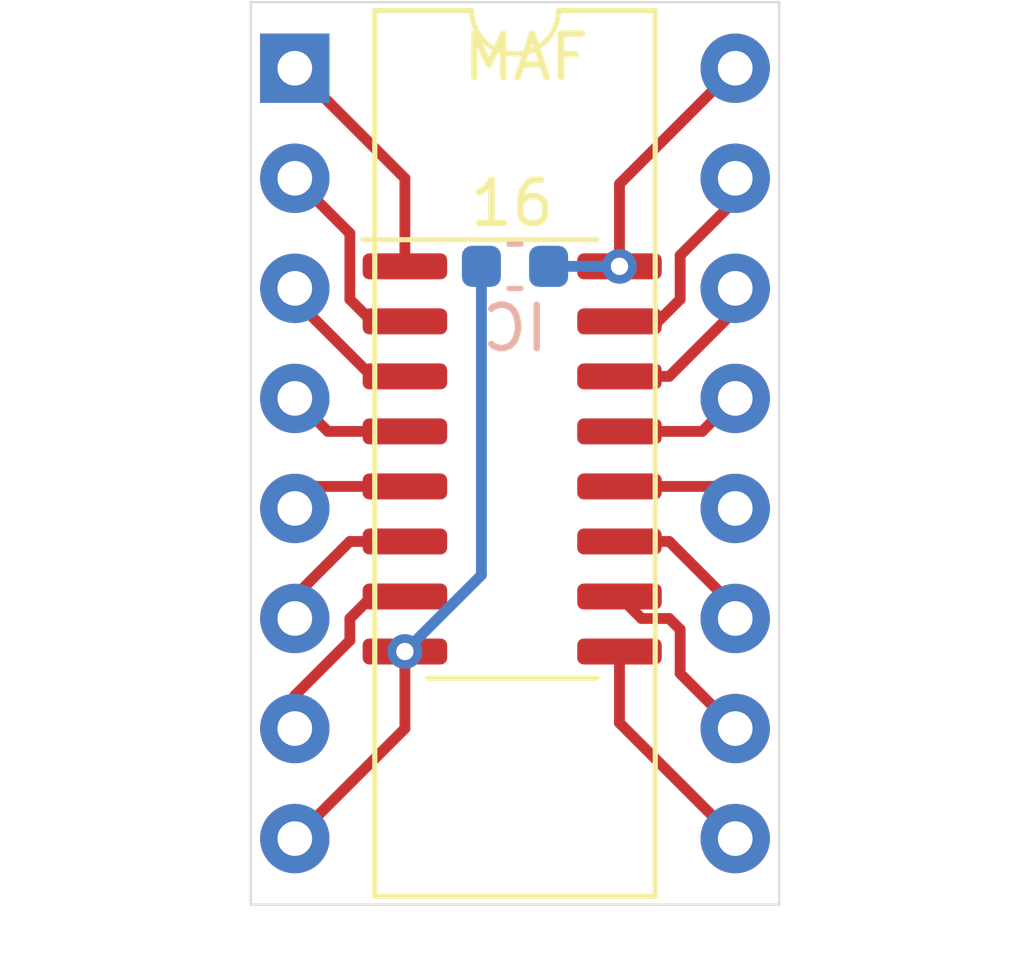
<source format=kicad_pcb>
(kicad_pcb (version 20171130) (host pcbnew 5.1.6-1.fc32)

  (general
    (thickness 1.6)
    (drawings 4)
    (tracks 52)
    (zones 0)
    (modules 3)
    (nets 1)
  )

  (page A4)
  (layers
    (0 F.Cu signal)
    (31 B.Cu signal)
    (32 B.Adhes user)
    (33 F.Adhes user)
    (34 B.Paste user)
    (35 F.Paste user)
    (36 B.SilkS user)
    (37 F.SilkS user)
    (38 B.Mask user)
    (39 F.Mask user)
    (40 Dwgs.User user)
    (41 Cmts.User user)
    (42 Eco1.User user)
    (43 Eco2.User user)
    (44 Edge.Cuts user)
    (45 Margin user)
    (46 B.CrtYd user)
    (47 F.CrtYd user)
    (48 B.Fab user)
    (49 F.Fab user)
  )

  (setup
    (last_trace_width 0.25)
    (trace_clearance 0.2)
    (zone_clearance 0.508)
    (zone_45_only no)
    (trace_min 0.2)
    (via_size 0.8)
    (via_drill 0.4)
    (via_min_size 0.4)
    (via_min_drill 0.3)
    (uvia_size 0.3)
    (uvia_drill 0.1)
    (uvias_allowed no)
    (uvia_min_size 0.2)
    (uvia_min_drill 0.1)
    (edge_width 0.05)
    (segment_width 0.2)
    (pcb_text_width 0.3)
    (pcb_text_size 1.5 1.5)
    (mod_edge_width 0.12)
    (mod_text_size 1 1)
    (mod_text_width 0.15)
    (pad_size 1.524 1.524)
    (pad_drill 0.762)
    (pad_to_mask_clearance 0.05)
    (aux_axis_origin 0 0)
    (visible_elements FFFFFF7F)
    (pcbplotparams
      (layerselection 0x010fc_ffffffff)
      (usegerberextensions false)
      (usegerberattributes true)
      (usegerberadvancedattributes true)
      (creategerberjobfile true)
      (excludeedgelayer true)
      (linewidth 0.100000)
      (plotframeref false)
      (viasonmask false)
      (mode 1)
      (useauxorigin false)
      (hpglpennumber 1)
      (hpglpenspeed 20)
      (hpglpendiameter 15.000000)
      (psnegative false)
      (psa4output false)
      (plotreference true)
      (plotvalue true)
      (plotinvisibletext false)
      (padsonsilk false)
      (subtractmaskfromsilk false)
      (outputformat 1)
      (mirror false)
      (drillshape 1)
      (scaleselection 1)
      (outputdirectory ""))
  )

  (net 0 "")

  (net_class Default "This is the default net class."
    (clearance 0.2)
    (trace_width 0.25)
    (via_dia 0.8)
    (via_drill 0.4)
    (uvia_dia 0.3)
    (uvia_drill 0.1)
  )

  (module Capacitor_SMD:C_0603_1608Metric (layer B.Cu) (tedit 5F68FEEE) (tstamp 5F731362)
    (at 150.114 53.086)
    (descr "Capacitor SMD 0603 (1608 Metric), square (rectangular) end terminal, IPC_7351 nominal, (Body size source: IPC-SM-782 page 76, https://www.pcb-3d.com/wordpress/wp-content/uploads/ipc-sm-782a_amendment_1_and_2.pdf), generated with kicad-footprint-generator")
    (tags capacitor)
    (attr smd)
    (fp_text reference IC (at 0 1.43) (layer B.SilkS)
      (effects (font (size 1 1) (thickness 0.15)) (justify mirror))
    )
    (fp_text value C_0603_1608Metric (at 0 -1.43) (layer B.Fab)
      (effects (font (size 1 1) (thickness 0.15)) (justify mirror))
    )
    (fp_text user %R (at 0 0) (layer B.Fab)
      (effects (font (size 0.4 0.4) (thickness 0.06)) (justify mirror))
    )
    (fp_line (start -0.8 -0.4) (end -0.8 0.4) (layer B.Fab) (width 0.1))
    (fp_line (start -0.8 0.4) (end 0.8 0.4) (layer B.Fab) (width 0.1))
    (fp_line (start 0.8 0.4) (end 0.8 -0.4) (layer B.Fab) (width 0.1))
    (fp_line (start 0.8 -0.4) (end -0.8 -0.4) (layer B.Fab) (width 0.1))
    (fp_line (start -0.14058 0.51) (end 0.14058 0.51) (layer B.SilkS) (width 0.12))
    (fp_line (start -0.14058 -0.51) (end 0.14058 -0.51) (layer B.SilkS) (width 0.12))
    (fp_line (start -1.48 -0.73) (end -1.48 0.73) (layer B.CrtYd) (width 0.05))
    (fp_line (start -1.48 0.73) (end 1.48 0.73) (layer B.CrtYd) (width 0.05))
    (fp_line (start 1.48 0.73) (end 1.48 -0.73) (layer B.CrtYd) (width 0.05))
    (fp_line (start 1.48 -0.73) (end -1.48 -0.73) (layer B.CrtYd) (width 0.05))
    (pad 2 smd roundrect (at 0.775 0) (size 0.9 0.95) (layers B.Cu B.Paste B.Mask) (roundrect_rratio 0.25))
    (pad 1 smd roundrect (at -0.775 0) (size 0.9 0.95) (layers B.Cu B.Paste B.Mask) (roundrect_rratio 0.25))
    (model ${KISYS3DMOD}/Capacitor_SMD.3dshapes/C_0603_1608Metric.wrl
      (at (xyz 0 0 0))
      (scale (xyz 1 1 1))
      (rotate (xyz 0 0 0))
    )
  )

  (module Package_DIP:DIP-16_W10.16mm (layer F.Cu) (tedit 5A02E8C5) (tstamp 5F731045)
    (at 145.034 48.514)
    (descr "16-lead though-hole mounted DIP package, row spacing 10.16 mm (400 mils)")
    (tags "THT DIP DIL PDIP 2.54mm 10.16mm 400mil")
    (fp_text reference MAF (at 5.334 -0.254) (layer F.SilkS)
      (effects (font (size 1 1) (thickness 0.15)))
    )
    (fp_text value DIP-16_W10.16mm (at 5.08 20.11) (layer F.Fab)
      (effects (font (size 1 1) (thickness 0.15)))
    )
    (fp_text user %R (at 5.08 8.89) (layer F.Fab)
      (effects (font (size 1 1) (thickness 0.15)))
    )
    (fp_arc (start 5.08 -1.33) (end 4.08 -1.33) (angle -180) (layer F.SilkS) (width 0.12))
    (fp_line (start 2.905 -1.27) (end 8.255 -1.27) (layer F.Fab) (width 0.1))
    (fp_line (start 8.255 -1.27) (end 8.255 19.05) (layer F.Fab) (width 0.1))
    (fp_line (start 8.255 19.05) (end 1.905 19.05) (layer F.Fab) (width 0.1))
    (fp_line (start 1.905 19.05) (end 1.905 -0.27) (layer F.Fab) (width 0.1))
    (fp_line (start 1.905 -0.27) (end 2.905 -1.27) (layer F.Fab) (width 0.1))
    (fp_line (start 4.08 -1.33) (end 1.845 -1.33) (layer F.SilkS) (width 0.12))
    (fp_line (start 1.845 -1.33) (end 1.845 19.11) (layer F.SilkS) (width 0.12))
    (fp_line (start 1.845 19.11) (end 8.315 19.11) (layer F.SilkS) (width 0.12))
    (fp_line (start 8.315 19.11) (end 8.315 -1.33) (layer F.SilkS) (width 0.12))
    (fp_line (start 8.315 -1.33) (end 6.08 -1.33) (layer F.SilkS) (width 0.12))
    (fp_line (start -1.05 -1.55) (end -1.05 19.3) (layer F.CrtYd) (width 0.05))
    (fp_line (start -1.05 19.3) (end 11.25 19.3) (layer F.CrtYd) (width 0.05))
    (fp_line (start 11.25 19.3) (end 11.25 -1.55) (layer F.CrtYd) (width 0.05))
    (fp_line (start 11.25 -1.55) (end -1.05 -1.55) (layer F.CrtYd) (width 0.05))
    (pad 16 thru_hole oval (at 10.16 0) (size 1.6 1.6) (drill 0.8) (layers *.Cu *.Mask))
    (pad 8 thru_hole oval (at 0 17.78) (size 1.6 1.6) (drill 0.8) (layers *.Cu *.Mask))
    (pad 15 thru_hole oval (at 10.16 2.54) (size 1.6 1.6) (drill 0.8) (layers *.Cu *.Mask))
    (pad 7 thru_hole oval (at 0 15.24) (size 1.6 1.6) (drill 0.8) (layers *.Cu *.Mask))
    (pad 14 thru_hole oval (at 10.16 5.08) (size 1.6 1.6) (drill 0.8) (layers *.Cu *.Mask))
    (pad 6 thru_hole oval (at 0 12.7) (size 1.6 1.6) (drill 0.8) (layers *.Cu *.Mask))
    (pad 13 thru_hole oval (at 10.16 7.62) (size 1.6 1.6) (drill 0.8) (layers *.Cu *.Mask))
    (pad 5 thru_hole oval (at 0 10.16) (size 1.6 1.6) (drill 0.8) (layers *.Cu *.Mask))
    (pad 12 thru_hole oval (at 10.16 10.16) (size 1.6 1.6) (drill 0.8) (layers *.Cu *.Mask))
    (pad 4 thru_hole oval (at 0 7.62) (size 1.6 1.6) (drill 0.8) (layers *.Cu *.Mask))
    (pad 11 thru_hole oval (at 10.16 12.7) (size 1.6 1.6) (drill 0.8) (layers *.Cu *.Mask))
    (pad 3 thru_hole oval (at 0 5.08) (size 1.6 1.6) (drill 0.8) (layers *.Cu *.Mask))
    (pad 10 thru_hole oval (at 10.16 15.24) (size 1.6 1.6) (drill 0.8) (layers *.Cu *.Mask))
    (pad 2 thru_hole oval (at 0 2.54) (size 1.6 1.6) (drill 0.8) (layers *.Cu *.Mask))
    (pad 9 thru_hole oval (at 10.16 17.78) (size 1.6 1.6) (drill 0.8) (layers *.Cu *.Mask))
    (pad 1 thru_hole rect (at 0 0) (size 1.6 1.6) (drill 0.8) (layers *.Cu *.Mask))
    (model ${KISYS3DMOD}/Package_DIP.3dshapes/DIP-16_W10.16mm.wrl
      (at (xyz 0 0 0))
      (scale (xyz 1 1 1))
      (rotate (xyz 0 0 0))
    )
  )

  (module Package_SO:SOIC-16_3.9x9.9mm_P1.27mm (layer F.Cu) (tedit 5D9F72B1) (tstamp 5F730AAD)
    (at 150.049 57.531)
    (descr "SOIC, 16 Pin (JEDEC MS-012AC, https://www.analog.com/media/en/package-pcb-resources/package/pkg_pdf/soic_narrow-r/r_16.pdf), generated with kicad-footprint-generator ipc_gullwing_generator.py")
    (tags "SOIC SO")
    (attr smd)
    (fp_text reference 16 (at 0 -5.9) (layer F.SilkS)
      (effects (font (size 1 1) (thickness 0.15)))
    )
    (fp_text value SOIC-16_3.9x9.9mm_P1.27mm (at 0 5.9) (layer F.Fab)
      (effects (font (size 1 1) (thickness 0.15)))
    )
    (fp_text user %R (at 0 0) (layer F.Fab)
      (effects (font (size 0.98 0.98) (thickness 0.15)))
    )
    (fp_line (start 0 5.06) (end 1.95 5.06) (layer F.SilkS) (width 0.12))
    (fp_line (start 0 5.06) (end -1.95 5.06) (layer F.SilkS) (width 0.12))
    (fp_line (start 0 -5.06) (end 1.95 -5.06) (layer F.SilkS) (width 0.12))
    (fp_line (start 0 -5.06) (end -3.45 -5.06) (layer F.SilkS) (width 0.12))
    (fp_line (start -0.975 -4.95) (end 1.95 -4.95) (layer F.Fab) (width 0.1))
    (fp_line (start 1.95 -4.95) (end 1.95 4.95) (layer F.Fab) (width 0.1))
    (fp_line (start 1.95 4.95) (end -1.95 4.95) (layer F.Fab) (width 0.1))
    (fp_line (start -1.95 4.95) (end -1.95 -3.975) (layer F.Fab) (width 0.1))
    (fp_line (start -1.95 -3.975) (end -0.975 -4.95) (layer F.Fab) (width 0.1))
    (fp_line (start -3.7 -5.2) (end -3.7 5.2) (layer F.CrtYd) (width 0.05))
    (fp_line (start -3.7 5.2) (end 3.7 5.2) (layer F.CrtYd) (width 0.05))
    (fp_line (start 3.7 5.2) (end 3.7 -5.2) (layer F.CrtYd) (width 0.05))
    (fp_line (start 3.7 -5.2) (end -3.7 -5.2) (layer F.CrtYd) (width 0.05))
    (pad 16 smd roundrect (at 2.475 -4.445) (size 1.95 0.6) (layers F.Cu F.Paste F.Mask) (roundrect_rratio 0.25))
    (pad 15 smd roundrect (at 2.475 -3.175) (size 1.95 0.6) (layers F.Cu F.Paste F.Mask) (roundrect_rratio 0.25))
    (pad 14 smd roundrect (at 2.475 -1.905) (size 1.95 0.6) (layers F.Cu F.Paste F.Mask) (roundrect_rratio 0.25))
    (pad 13 smd roundrect (at 2.475 -0.635) (size 1.95 0.6) (layers F.Cu F.Paste F.Mask) (roundrect_rratio 0.25))
    (pad 12 smd roundrect (at 2.475 0.635) (size 1.95 0.6) (layers F.Cu F.Paste F.Mask) (roundrect_rratio 0.25))
    (pad 11 smd roundrect (at 2.475 1.905) (size 1.95 0.6) (layers F.Cu F.Paste F.Mask) (roundrect_rratio 0.25))
    (pad 10 smd roundrect (at 2.475 3.175) (size 1.95 0.6) (layers F.Cu F.Paste F.Mask) (roundrect_rratio 0.25))
    (pad 9 smd roundrect (at 2.475 4.445) (size 1.95 0.6) (layers F.Cu F.Paste F.Mask) (roundrect_rratio 0.25))
    (pad 8 smd roundrect (at -2.475 4.445) (size 1.95 0.6) (layers F.Cu F.Paste F.Mask) (roundrect_rratio 0.25))
    (pad 7 smd roundrect (at -2.475 3.175) (size 1.95 0.6) (layers F.Cu F.Paste F.Mask) (roundrect_rratio 0.25))
    (pad 6 smd roundrect (at -2.475 1.905) (size 1.95 0.6) (layers F.Cu F.Paste F.Mask) (roundrect_rratio 0.25))
    (pad 5 smd roundrect (at -2.475 0.635) (size 1.95 0.6) (layers F.Cu F.Paste F.Mask) (roundrect_rratio 0.25))
    (pad 4 smd roundrect (at -2.475 -0.635) (size 1.95 0.6) (layers F.Cu F.Paste F.Mask) (roundrect_rratio 0.25))
    (pad 3 smd roundrect (at -2.475 -1.905) (size 1.95 0.6) (layers F.Cu F.Paste F.Mask) (roundrect_rratio 0.25))
    (pad 2 smd roundrect (at -2.475 -3.175) (size 1.95 0.6) (layers F.Cu F.Paste F.Mask) (roundrect_rratio 0.25))
    (pad 1 smd roundrect (at -2.475 -4.445) (size 1.95 0.6) (layers F.Cu F.Paste F.Mask) (roundrect_rratio 0.25))
    (model ${KISYS3DMOD}/Package_SO.3dshapes/SOIC-16_3.9x9.9mm_P1.27mm.wrl
      (at (xyz 0 0 0))
      (scale (xyz 1 1 1))
      (rotate (xyz 0 0 0))
    )
  )

  (gr_line (start 144.018 67.818) (end 144.018 46.99) (layer Edge.Cuts) (width 0.05) (tstamp 5F7313EE))
  (gr_line (start 156.21 67.818) (end 144.018 67.818) (layer Edge.Cuts) (width 0.05))
  (gr_line (start 156.21 46.99) (end 156.21 67.818) (layer Edge.Cuts) (width 0.05))
  (gr_line (start 144.018 46.99) (end 156.21 46.99) (layer Edge.Cuts) (width 0.05))

  (segment (start 145.796 56.896) (end 145.034 56.134) (width 0.25) (layer F.Cu) (net 0))
  (segment (start 147.574 56.896) (end 145.796 56.896) (width 0.25) (layer F.Cu) (net 0))
  (segment (start 145.542 58.166) (end 145.034 58.674) (width 0.25) (layer F.Cu) (net 0))
  (segment (start 147.574 58.166) (end 145.542 58.166) (width 0.25) (layer F.Cu) (net 0))
  (segment (start 147.574 59.436) (end 146.304 59.436) (width 0.25) (layer F.Cu) (net 0))
  (segment (start 145.034 60.706) (end 145.034 61.214) (width 0.25) (layer F.Cu) (net 0))
  (segment (start 146.304 59.436) (end 145.034 60.706) (width 0.25) (layer F.Cu) (net 0))
  (segment (start 147.574 60.706) (end 146.812 60.706) (width 0.25) (layer F.Cu) (net 0))
  (segment (start 146.812 60.706) (end 146.304 61.214) (width 0.25) (layer F.Cu) (net 0))
  (segment (start 146.304 61.214) (end 146.304 61.722) (width 0.25) (layer F.Cu) (net 0))
  (segment (start 145.034 62.992) (end 145.034 63.754) (width 0.25) (layer F.Cu) (net 0))
  (segment (start 146.304 61.722) (end 145.034 62.992) (width 0.25) (layer F.Cu) (net 0))
  (segment (start 147.574 63.754) (end 145.034 66.294) (width 0.25) (layer F.Cu) (net 0))
  (segment (start 147.574 61.976) (end 147.574 63.754) (width 0.25) (layer F.Cu) (net 0))
  (segment (start 152.524 63.624) (end 155.194 66.294) (width 0.25) (layer F.Cu) (net 0))
  (segment (start 152.524 61.976) (end 152.524 63.624) (width 0.25) (layer F.Cu) (net 0))
  (segment (start 152.524 60.706) (end 153.032 61.214) (width 0.25) (layer F.Cu) (net 0))
  (segment (start 153.032 61.214) (end 153.67 61.214) (width 0.25) (layer F.Cu) (net 0))
  (segment (start 153.67 61.214) (end 153.924 61.468) (width 0.25) (layer F.Cu) (net 0))
  (segment (start 153.924 62.484) (end 155.194 63.754) (width 0.25) (layer F.Cu) (net 0))
  (segment (start 153.924 61.468) (end 153.924 62.484) (width 0.25) (layer F.Cu) (net 0))
  (segment (start 152.524 59.436) (end 153.67 59.436) (width 0.25) (layer F.Cu) (net 0))
  (segment (start 155.194 60.96) (end 155.194 61.214) (width 0.25) (layer F.Cu) (net 0))
  (segment (start 153.67 59.436) (end 155.194 60.96) (width 0.25) (layer F.Cu) (net 0))
  (segment (start 154.686 58.166) (end 155.194 58.674) (width 0.25) (layer F.Cu) (net 0))
  (segment (start 152.524 58.166) (end 154.686 58.166) (width 0.25) (layer F.Cu) (net 0))
  (segment (start 154.432 56.896) (end 155.194 56.134) (width 0.25) (layer F.Cu) (net 0))
  (segment (start 152.524 56.896) (end 154.432 56.896) (width 0.25) (layer F.Cu) (net 0))
  (segment (start 152.524 55.626) (end 153.67 55.626) (width 0.25) (layer F.Cu) (net 0))
  (segment (start 155.194 54.102) (end 155.194 53.594) (width 0.25) (layer F.Cu) (net 0))
  (segment (start 153.67 55.626) (end 155.194 54.102) (width 0.25) (layer F.Cu) (net 0))
  (segment (start 152.524 54.356) (end 153.416 54.356) (width 0.25) (layer F.Cu) (net 0))
  (segment (start 153.416 54.356) (end 153.924 53.848) (width 0.25) (layer F.Cu) (net 0))
  (segment (start 153.924 53.848) (end 153.924 52.832) (width 0.25) (layer F.Cu) (net 0))
  (segment (start 155.194 51.562) (end 155.194 51.054) (width 0.25) (layer F.Cu) (net 0))
  (segment (start 153.924 52.832) (end 155.194 51.562) (width 0.25) (layer F.Cu) (net 0))
  (segment (start 152.524 51.184) (end 155.194 48.514) (width 0.25) (layer F.Cu) (net 0))
  (segment (start 152.524 53.086) (end 152.524 51.184) (width 0.25) (layer F.Cu) (net 0))
  (segment (start 147.574 51.054) (end 145.034 48.514) (width 0.25) (layer F.Cu) (net 0))
  (segment (start 147.574 53.086) (end 147.574 51.054) (width 0.25) (layer F.Cu) (net 0))
  (segment (start 146.304 52.324) (end 145.034 51.054) (width 0.25) (layer F.Cu) (net 0))
  (segment (start 146.812 54.356) (end 146.304 53.848) (width 0.25) (layer F.Cu) (net 0))
  (segment (start 146.304 53.848) (end 146.304 52.324) (width 0.25) (layer F.Cu) (net 0))
  (segment (start 147.574 54.356) (end 146.812 54.356) (width 0.25) (layer F.Cu) (net 0))
  (segment (start 147.574 55.626) (end 146.812 55.626) (width 0.25) (layer F.Cu) (net 0))
  (segment (start 145.034 53.848) (end 145.034 53.594) (width 0.25) (layer F.Cu) (net 0))
  (segment (start 146.812 55.626) (end 145.034 53.848) (width 0.25) (layer F.Cu) (net 0))
  (via (at 152.524 53.086) (size 0.8) (drill 0.4) (layers F.Cu B.Cu) (net 0))
  (segment (start 150.889 53.086) (end 152.524 53.086) (width 0.25) (layer B.Cu) (net 0))
  (via (at 147.574 61.976) (size 0.8) (drill 0.4) (layers F.Cu B.Cu) (net 0))
  (segment (start 149.339 60.211) (end 147.574 61.976) (width 0.25) (layer B.Cu) (net 0))
  (segment (start 149.339 53.086) (end 149.339 60.211) (width 0.25) (layer B.Cu) (net 0))

)

</source>
